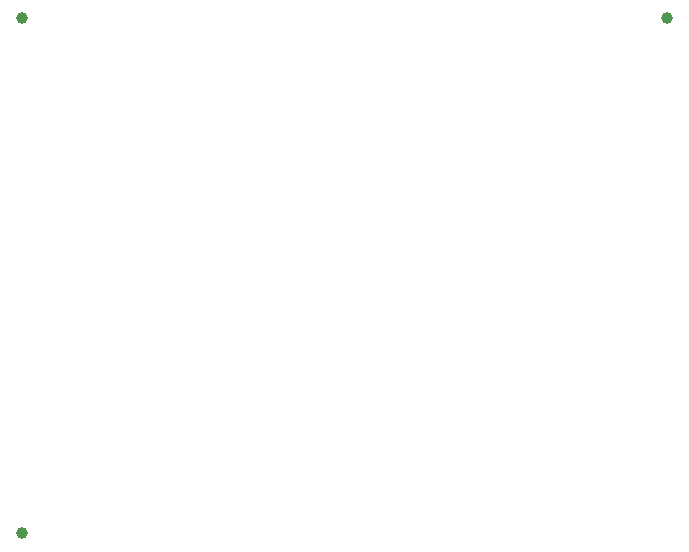
<source format=gbp>
%FSLAX25Y25*%
%MOIN*%
G70*
G01*
G75*
G04 Layer_Color=128*
%ADD10R,0.03150X0.05512*%
%ADD11R,0.02559X0.00984*%
%ADD12R,0.02362X0.04528*%
%ADD13O,0.07284X0.02362*%
%ADD14R,0.07874X0.03937*%
%ADD15R,0.17716X0.17716*%
%ADD16O,0.02559X0.00984*%
%ADD17O,0.00984X0.02559*%
%ADD18R,0.03543X0.02953*%
%ADD19R,0.05315X0.03740*%
%ADD20R,0.11811X0.00039*%
%ADD21R,0.01575X0.01575*%
%ADD22R,0.06102X0.02559*%
%ADD23O,0.00984X0.02362*%
%ADD24R,0.08268X0.05512*%
%ADD25O,0.01772X0.05118*%
%ADD26R,0.00984X0.01969*%
%ADD27R,0.05118X0.03937*%
%ADD28R,0.03937X0.03543*%
%ADD29R,0.03937X0.01378*%
%ADD30R,0.02953X0.09449*%
%ADD31O,0.02362X0.08071*%
%ADD32R,0.08071X0.03150*%
%ADD33R,0.03543X0.03150*%
%ADD34R,0.01969X0.02362*%
%ADD35R,0.03150X0.03543*%
%ADD36R,0.02362X0.01969*%
%ADD37R,0.03937X0.05118*%
%ADD38C,0.03937*%
%ADD39C,0.01000*%
%ADD40C,0.01969*%
%ADD41C,0.01181*%
%ADD42C,0.03150*%
%ADD43C,0.05906*%
%ADD44C,0.01575*%
%ADD45C,0.03937*%
%ADD46C,0.02362*%
%ADD47C,0.00787*%
G04:AMPARAMS|DCode=48|XSize=18.11mil|YSize=66.44mil|CornerRadius=0mil|HoleSize=0mil|Usage=FLASHONLY|Rotation=34.500|XOffset=0mil|YOffset=0mil|HoleType=Round|Shape=Rectangle|*
%AMROTATEDRECTD48*
4,1,4,0.01135,-0.03251,-0.02628,0.02225,-0.01135,0.03251,0.02628,-0.02225,0.01135,-0.03251,0.0*
%
%ADD48ROTATEDRECTD48*%

%ADD49R,0.01811X0.07992*%
%ADD50R,0.12598X0.05079*%
%ADD51R,0.12598X0.04764*%
%ADD52R,0.08583X0.15590*%
%ADD53R,1.00709X0.04764*%
%ADD54R,0.36142X0.03937*%
%ADD55R,0.19193X0.05079*%
%ADD56R,0.04724X0.03150*%
%ADD57R,0.03937X0.02913*%
%ADD58R,0.35500X0.02000*%
%ADD59R,0.12728X0.02500*%
%ADD60R,0.03032X0.06303*%
%ADD61R,0.05906X0.05906*%
%ADD62C,0.05906*%
%ADD63R,0.05906X0.05906*%
%ADD64C,0.11811*%
%ADD65C,0.06000*%
%ADD66C,0.02598*%
%ADD67C,0.03150*%
%ADD68C,0.07874*%
%ADD69C,0.00984*%
%ADD70C,0.00800*%
%ADD71C,0.11811*%
D38*
X246000Y226500D02*
D03*
Y398000D02*
D03*
X461000D02*
D03*
M02*

</source>
